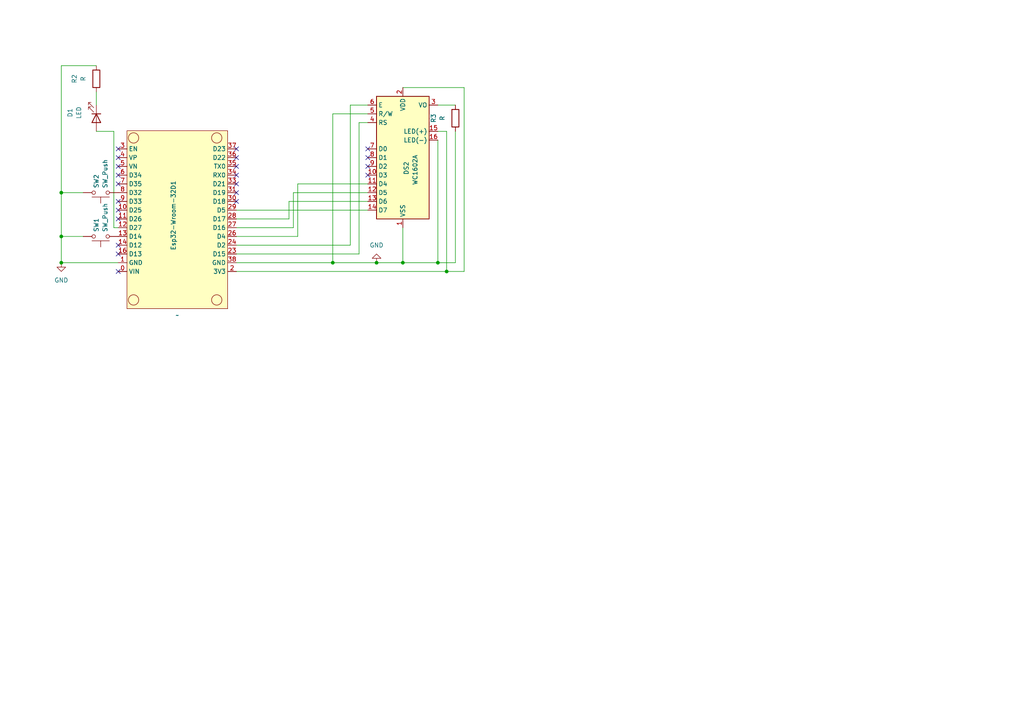
<source format=kicad_sch>
(kicad_sch (version 20231120) (generator "eeschema") (generator_version "8.0")
  (paper "A4")
  (lib_symbols
    (symbol "Device:LED" (pin_numbers hide) (pin_names (offset 1.016) hide)
      (property "Reference" "D" (at 0 2.54 0))
      (property "Value" "LED" (at 0 -2.54 0))
      (symbol "LED_0_1"
        (polyline (pts (xy -1.27 -1.27) (xy -1.27 1.27)) (stroke (width 0.254)))
        (polyline (pts (xy -1.27 0) (xy 1.27 0)))
        (polyline (pts (xy 1.27 -1.27) (xy 1.27 1.27) (xy -1.27 0) (xy 1.27 -1.27)) (stroke (width 0.254)))
        (polyline (pts (xy -3.048 -0.762) (xy -4.572 -2.286) (xy -3.81 -2.286) (xy -4.572 -2.286) (xy -4.572 -1.524)))
        (polyline (pts (xy -1.778 -0.762) (xy -3.302 -2.286) (xy -2.54 -2.286) (xy -3.302 -2.286) (xy -3.302 -1.524)))
      )
      (symbol "LED_1_1"
        (pin passive line (at -3.81 0 0) (length 2.54) (name "K") (number "1"))
        (pin passive line (at 3.81 0 180) (length 2.54) (name "A") (number "2"))
      )
    )
    (symbol "Device:R" (pin_numbers hide) (pin_names (offset 0))
      (property "Reference" "R" (at 2.032 0 90))
      (property "Value" "R" (at 0 0 90))
      (symbol "R_0_1"
        (rectangle (start -1.016 -2.54) (end 1.016 2.54) (stroke (width 0.254)))
      )
      (symbol "R_1_1"
        (pin passive line (at 0 3.81 270) (length 1.27) (name "~") (number "1"))
        (pin passive line (at 0 -3.81 90) (length 1.27) (name "~") (number "2"))
      )
    )
    (symbol "Display_Character:WC1602A"
      (property "Reference" "DS" (at -5.842 19.05 0))
      (property "Value" "WC1602A" (at 5.334 19.05 0))
      (symbol "WC1602A_1_1"
        (rectangle (start -7.62 17.78) (end 7.62 -17.78) (stroke (width 0.254)) (fill (type background)))
        (pin power_in line (at 0 -20.32 90) (length 2.54) (name "VSS") (number "1"))
        (pin input line (at -10.16 -5.08 0) (length 2.54) (name "D3") (number "10"))
        (pin input line (at -10.16 -7.62 0) (length 2.54) (name "D4") (number "11"))
        (pin input line (at -10.16 -10.16 0) (length 2.54) (name "D5") (number "12"))
        (pin input line (at -10.16 -12.7 0) (length 2.54) (name "D6") (number "13"))
        (pin input line (at -10.16 -15.24 0) (length 2.54) (name "D7") (number "14"))
        (pin power_in line (at 10.16 7.62 180) (length 2.54) (name "LED(+)") (number "15"))
        (pin power_in line (at 10.16 5.08 180) (length 2.54) (name "LED(-)") (number "16"))
        (pin power_in line (at 0 20.32 270) (length 2.54) (name "VDD") (number "2"))
        (pin input line (at 10.16 15.24 180) (length 2.54) (name "VO") (number "3"))
        (pin input line (at -10.16 10.16 0) (length 2.54) (name "RS") (number "4"))
        (pin input line (at -10.16 12.7 0) (length 2.54) (name "R/W") (number "5"))
        (pin input line (at -10.16 15.24 0) (length 2.54) (name "E") (number "6"))
        (pin input line (at -10.16 2.54 0) (length 2.54) (name "D0") (number "7"))
        (pin input line (at -10.16 0 0) (length 2.54) (name "D1") (number "8"))
        (pin input line (at -10.16 -2.54 0) (length 2.54) (name "D2") (number "9"))
      )
    )
    (symbol "Switch:SW_Push" (pin_numbers hide) (pin_names (offset 1.016) hide)
      (property "Reference" "SW" (at 1.27 2.54 0))
      (property "Value" "SW_Push" (at 0 -1.524 0))
      (symbol "SW_Push_0_1"
        (circle (center -2.032 0) (radius 0.508))
        (polyline (pts (xy 0 1.27) (xy 0 3.048)))
        (polyline (pts (xy 2.54 1.27) (xy -2.54 1.27)))
        (circle (center 2.032 0) (radius 0.508))
        (pin passive line (at -5.08 0 0) (length 2.54) (name "1") (number "1"))
        (pin passive line (at 5.08 0 180) (length 2.54) (name "2") (number "2"))
      )
    )
    (symbol "my_stuff:esp32-wroom-32d_my_version"
      (property "Reference" "Esp32-Wroom-32D1" (at 26.162 17.526 90))
      (property "Value" "~" (at 27.305 -11.43 0))
      (symbol "esp32-wroom-32d_my_version_1_1"
        (rectangle (start 12.7 42.075) (end 41.91 -9.525) (fill (type background)))
        (circle (center 14.605 -6.985) (radius 1.5))
        (circle (center 14.605 40.005) (radius 1.5))
        (circle (center 38.735 -6.985) (radius 1.5))
        (circle (center 38.735 40.005) (radius 1.5))
        (pin power_in line (at 10.16 1.27 0) (length 2.54) (name "VIN") (number "0"))
        (pin power_out line (at 10.16 3.81 0) (length 2.54) (name "GND") (number "1"))
        (pin bidirectional line (at 10.16 19.05 0) (length 2.54) (name "D25") (number "10"))
        (pin bidirectional line (at 10.16 16.51 0) (length 2.54) (name "D26") (number "11"))
        (pin bidirectional line (at 10.16 13.97 0) (length 2.54) (name "D27") (number "12"))
        (pin bidirectional line (at 10.16 11.43 0) (length 2.54) (name "D14") (number "13"))
        (pin bidirectional line (at 10.16 8.89 0) (length 2.54) (name "D12") (number "14"))
        (pin bidirectional line (at 10.16 6.35 0) (length 2.54) (name "D13") (number "16"))
        (pin power_out line (at 44.45 1.27 180) (length 2.54) (name "3V3") (number "2"))
        (pin bidirectional line (at 44.45 6.35 180) (length 2.54) (name "D15") (number "23"))
        (pin bidirectional line (at 44.45 8.89 180) (length 2.54) (name "D2") (number "24"))
        (pin bidirectional line (at 44.45 11.43 180) (length 2.54) (name "D4") (number "26"))
        (pin bidirectional line (at 44.45 13.97 180) (length 2.54) (name "D16") (number "27"))
        (pin bidirectional line (at 44.45 16.51 180) (length 2.54) (name "D17") (number "28"))
        (pin bidirectional line (at 44.45 19.05 180) (length 2.54) (name "D5") (number "29"))
        (pin bidirectional line (at 10.16 36.83 0) (length 2.54) (name "EN") (number "3"))
        (pin bidirectional line (at 44.45 21.59 180) (length 2.54) (name "D18") (number "30"))
        (pin bidirectional line (at 44.45 24.13 180) (length 2.54) (name "D19") (number "31"))
        (pin bidirectional line (at 44.45 26.67 180) (length 2.54) (name "D21") (number "33"))
        (pin bidirectional line (at 44.45 29.21 180) (length 2.54) (name "RX0") (number "34"))
        (pin bidirectional line (at 44.45 31.75 180) (length 2.54) (name "TX0") (number "35"))
        (pin bidirectional line (at 44.45 34.29 180) (length 2.54) (name "D22") (number "36"))
        (pin bidirectional line (at 44.45 36.83 180) (length 2.54) (name "D23") (number "37"))
        (pin power_out line (at 44.45 3.81 180) (length 2.54) (name "GND") (number "38"))
        (pin bidirectional line (at 10.16 34.29 0) (length 2.54) (name "VP") (number "4"))
        (pin bidirectional line (at 10.16 31.75 0) (length 2.54) (name "VN") (number "5"))
        (pin bidirectional line (at 10.16 29.21 0) (length 2.54) (name "D34") (number "6"))
        (pin bidirectional line (at 10.16 26.67 0) (length 2.54) (name "D35") (number "7"))
        (pin bidirectional line (at 10.16 24.13 0) (length 2.54) (name "D32") (number "8"))
        (pin bidirectional line (at 10.16 21.59 0) (length 2.54) (name "D33") (number "9"))
      )
    )
    (symbol "power:GND" (power) (pin_numbers hide) (pin_names (offset 0) hide)
      (property "Value" "GND" (at 0 -3.81 0))
      (symbol "GND_0_1"
        (polyline (pts (xy 0 0) (xy 0 -1.27) (xy 1.27 -1.27) (xy 0 -2.54) (xy -1.27 -1.27) (xy 0 -1.27)))
      )
      (symbol "GND_1_1"
        (pin power_in line (at 0 0 270) (length 0) (name "~") (number "1"))
      )
    )
  )
  (junction (at 109.22 76.2))
  (junction (at 127 76.2))
  (junction (at 116.84 76.2))
  (junction (at 17.78 55.88))
  (junction (at 17.78 68.58))
  (junction (at 129.54 78.74))
  (junction (at 96.52 76.2))
  (junction (at 17.78 76.2))
  (no_connect (at 34.29 45.72))
  (no_connect (at 34.29 50.8))
  (no_connect (at 106.68 48.26))
  (no_connect (at 68.58 45.72))
  (no_connect (at 34.29 71.12))
  (no_connect (at 34.29 60.96))
  (no_connect (at 68.58 58.42))
  (no_connect (at 106.68 45.72))
  (no_connect (at 106.68 50.8))
  (no_connect (at 34.29 53.34))
  (no_connect (at 68.58 43.18))
  (no_connect (at 34.29 63.5))
  (no_connect (at 68.58 48.26))
  (no_connect (at 34.29 43.18))
  (no_connect (at 34.29 58.42))
  (no_connect (at 68.58 55.88))
  (no_connect (at 34.29 78.74))
  (no_connect (at 106.68 43.18))
  (no_connect (at 68.58 50.8))
  (no_connect (at 68.58 53.34))
  (no_connect (at 34.29 48.26))
  (no_connect (at 34.29 73.66))
  (wire (pts (xy 86.36 68.58) (xy 68.58 68.58)))
  (wire (pts (xy 17.78 76.2) (xy 17.78 68.58)))
  (wire (pts (xy 134.62 25.4) (xy 134.62 78.74)))
  (wire (pts (xy 109.22 76.2) (xy 116.84 76.2)))
  (wire (pts (xy 96.52 33.02) (xy 96.52 76.2)))
  (wire (pts (xy 106.68 55.88) (xy 85.09 55.88)))
  (wire (pts (xy 106.68 33.02) (xy 96.52 33.02)))
  (wire (pts (xy 85.09 55.88) (xy 85.09 66.04)))
  (wire (pts (xy 34.29 66.04) (xy 33.02 66.04)))
  (wire (pts (xy 106.68 35.56) (xy 104.14 35.56)))
  (wire (pts (xy 132.08 38.1) (xy 132.08 76.2)))
  (wire (pts (xy 86.36 53.34) (xy 106.68 53.34)))
  (wire (pts (xy 106.68 58.42) (xy 83.82 58.42)))
  (wire (pts (xy 83.82 63.5) (xy 68.58 63.5)))
  (wire (pts (xy 68.58 73.66) (xy 104.14 73.66)))
  (wire (pts (xy 68.58 60.96) (xy 106.68 60.96)))
  (wire (pts (xy 24.13 68.58) (xy 17.78 68.58)))
  (wire (pts (xy 127 76.2) (xy 132.08 76.2)))
  (wire (pts (xy 85.09 66.04) (xy 68.58 66.04)))
  (wire (pts (xy 17.78 19.05) (xy 27.94 19.05)))
  (wire (pts (xy 17.78 55.88) (xy 24.13 55.88)))
  (wire (pts (xy 101.6 30.48) (xy 101.6 71.12)))
  (wire (pts (xy 127 30.48) (xy 132.08 30.48)))
  (wire (pts (xy 127 38.1) (xy 129.54 38.1)))
  (wire (pts (xy 116.84 66.04) (xy 116.84 76.2)))
  (wire (pts (xy 68.58 76.2) (xy 96.52 76.2)))
  (wire (pts (xy 129.54 38.1) (xy 129.54 78.74)))
  (wire (pts (xy 129.54 78.74) (xy 134.62 78.74)))
  (wire (pts (xy 33.02 66.04) (xy 33.02 38.1)))
  (wire (pts (xy 83.82 58.42) (xy 83.82 63.5)))
  (wire (pts (xy 106.68 30.48) (xy 101.6 30.48)))
  (wire (pts (xy 116.84 76.2) (xy 127 76.2)))
  (wire (pts (xy 34.29 76.2) (xy 17.78 76.2)))
  (wire (pts (xy 27.94 30.48) (xy 27.94 26.67)))
  (wire (pts (xy 68.58 71.12) (xy 101.6 71.12)))
  (wire (pts (xy 127 40.64) (xy 127 76.2)))
  (wire (pts (xy 68.58 78.74) (xy 129.54 78.74)))
  (wire (pts (xy 17.78 68.58) (xy 17.78 55.88)))
  (wire (pts (xy 104.14 35.56) (xy 104.14 73.66)))
  (wire (pts (xy 33.02 38.1) (xy 27.94 38.1)))
  (wire (pts (xy 116.84 25.4) (xy 134.62 25.4)))
  (wire (pts (xy 86.36 53.34) (xy 86.36 68.58)))
  (wire (pts (xy 17.78 55.88) (xy 17.78 19.05)))
  (wire (pts (xy 96.52 76.2) (xy 109.22 76.2)))
  (symbol (lib_id "Device:LED") (at 27.94 34.29 270) (unit 1)
    (property "Reference" "D1" (at 20.32 32.7025 0))
    (property "Value" "LED" (at 22.86 32.7025 0))
    (property "Footprint" "LED_THT:LED_D5.0mm" (effects (hide yes)))
    (property "Description" "Light emitting diode" (effects (hide yes)))
  )
  (symbol (lib_id "my_stuff:esp32-wroom-32d_my_version") (at 24.13 80.01 0) (unit 1)
    (property "Reference" "Esp32-Wroom-32D1" (at 50.292 62.484 90))
    (property "Value" "~" (at 51.435 91.44 0))
    (property "Footprint" "esp32_footprint:esp32_my_footpring" (effects (hide yes)))
  )
  (symbol (lib_id "Switch:SW_Push") (at 29.21 68.58 180) (unit 1)
    (property "Reference" "SW1" (at 27.9399 67.31 90) (effects (justify right)))
    (property "Value" "SW_Push" (at 30.4799 67.31 90) (effects (justify right)))
    (property "Footprint" "Button_Switch_THT:SW_PUSH_6mm_H5mm" (effects (hide yes)))
    (property "Description" "Push button switch, generic, two pins" (effects (hide yes)))
  )
  (symbol (lib_id "Device:R") (at 27.94 22.86 180) (unit 1)
    (property "Reference" "R2" (at 21.59 22.86 90))
    (property "Value" "R" (at 24.13 22.86 90))
    (property "Footprint" "Resistor_THT:R_Axial_DIN0207_L6.3mm_D2.5mm_P7.62mm_Horizontal" (effects (hide yes)))
    (property "Description" "Resistor" (effects (hide yes)))
  )
  (symbol (lib_id "power:GND") (at 109.22 76.2 180) (unit 1)
    (property "Reference" "#PWR02" (effects (hide yes)))
    (property "Value" "GND" (at 109.22 71.12 0))
    (property "Description" "Power symbol creates a global label with name \"GND\" , ground" (effects (hide yes)))
  )
  (symbol (lib_id "Display_Character:WC1602A") (at 116.84 45.72 0) (unit 1)
    (property "Reference" "DS2" (at 117.856 48.768 90))
    (property "Value" "WC1602A" (at 120.396 49.276 90))
    (property "Footprint" "Display:WC1602A" (effects (hide yes)))
    (property "Datasheet" "http://www.wincomlcd.com/pdf/WC1602A-SFYLYHTC06.pdf" (effects (hide yes)))
    (property "Description" "LCD 16x2 Alphanumeric , 8 bit parallel bus, 5V VDD" (effects (hide yes)))
  )
  (symbol (lib_id "power:GND") (at 17.78 76.2 0) (unit 1)
    (property "Reference" "#PWR01" (effects (hide yes)))
    (property "Value" "GND" (at 17.78 81.28 0))
    (property "Description" "Power symbol creates a global label with name \"GND\" , ground" (effects (hide yes)))
  )
  (symbol (lib_id "Device:R") (at 132.08 34.29 180) (unit 1)
    (property "Reference" "R3" (at 125.73 34.29 90))
    (property "Value" "R" (at 128.27 34.29 90))
    (property "Footprint" "Resistor_THT:R_Axial_DIN0207_L6.3mm_D2.5mm_P7.62mm_Horizontal" (effects (hide yes)))
    (property "Description" "Resistor" (effects (hide yes)))
  )
  (symbol (lib_id "Switch:SW_Push") (at 29.21 55.88 180) (unit 1)
    (property "Reference" "SW2" (at 27.9399 54.61 90) (effects (justify right)))
    (property "Value" "SW_Push" (at 30.4799 54.61 90) (effects (justify right)))
    (property "Footprint" "Button_Switch_THT:SW_PUSH_6mm_H5mm" (effects (hide yes)))
    (property "Description" "Push button switch, generic, two pins" (effects (hide yes)))
  )
)
</source>
